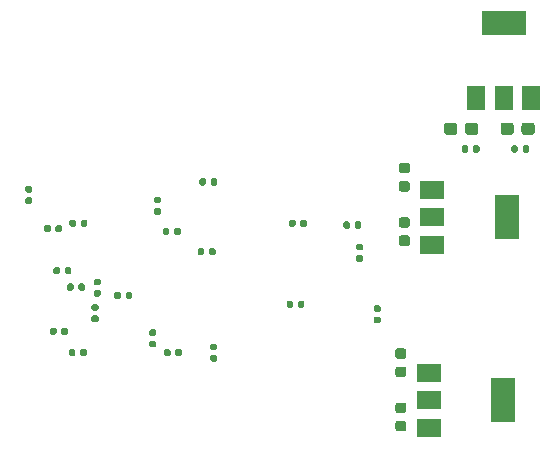
<source format=gbr>
%TF.GenerationSoftware,KiCad,Pcbnew,5.1.8-db9833491~88~ubuntu20.04.1*%
%TF.CreationDate,2021-01-09T17:29:30-05:00*%
%TF.ProjectId,julia_v2.1.0.0,6a756c69-615f-4763-922e-312e302e302e,rev?*%
%TF.SameCoordinates,Original*%
%TF.FileFunction,Paste,Bot*%
%TF.FilePolarity,Positive*%
%FSLAX46Y46*%
G04 Gerber Fmt 4.6, Leading zero omitted, Abs format (unit mm)*
G04 Created by KiCad (PCBNEW 5.1.8-db9833491~88~ubuntu20.04.1) date 2021-01-09 17:29:30*
%MOMM*%
%LPD*%
G01*
G04 APERTURE LIST*
%ADD10R,1.500000X2.000000*%
%ADD11R,3.800000X2.000000*%
%ADD12R,2.000000X1.500000*%
%ADD13R,2.000000X3.800000*%
G04 APERTURE END LIST*
D10*
%TO.C,U4*%
X135800000Y-95050000D03*
X131200000Y-95050000D03*
X133500000Y-95050000D03*
D11*
X133500000Y-88750000D03*
%TD*%
D12*
%TO.C,U3*%
X127450000Y-107500000D03*
X127450000Y-102900000D03*
X127450000Y-105200000D03*
D13*
X133750000Y-105200000D03*
%TD*%
D12*
%TO.C,U2*%
X127150000Y-123000000D03*
X127150000Y-118400000D03*
X127150000Y-120700000D03*
D13*
X133450000Y-120700000D03*
%TD*%
%TO.C,C39*%
G36*
G01*
X105300000Y-116480000D02*
X105300000Y-116820000D01*
G75*
G02*
X105160000Y-116960000I-140000J0D01*
G01*
X104880000Y-116960000D01*
G75*
G02*
X104740000Y-116820000I0J140000D01*
G01*
X104740000Y-116480000D01*
G75*
G02*
X104880000Y-116340000I140000J0D01*
G01*
X105160000Y-116340000D01*
G75*
G02*
X105300000Y-116480000I0J-140000D01*
G01*
G37*
G36*
G01*
X106260000Y-116480000D02*
X106260000Y-116820000D01*
G75*
G02*
X106120000Y-116960000I-140000J0D01*
G01*
X105840000Y-116960000D01*
G75*
G02*
X105700000Y-116820000I0J140000D01*
G01*
X105700000Y-116480000D01*
G75*
G02*
X105840000Y-116340000I140000J0D01*
G01*
X106120000Y-116340000D01*
G75*
G02*
X106260000Y-116480000I0J-140000D01*
G01*
G37*
%TD*%
%TO.C,C38*%
G36*
G01*
X95650000Y-114680000D02*
X95650000Y-115020000D01*
G75*
G02*
X95510000Y-115160000I-140000J0D01*
G01*
X95230000Y-115160000D01*
G75*
G02*
X95090000Y-115020000I0J140000D01*
G01*
X95090000Y-114680000D01*
G75*
G02*
X95230000Y-114540000I140000J0D01*
G01*
X95510000Y-114540000D01*
G75*
G02*
X95650000Y-114680000I0J-140000D01*
G01*
G37*
G36*
G01*
X96610000Y-114680000D02*
X96610000Y-115020000D01*
G75*
G02*
X96470000Y-115160000I-140000J0D01*
G01*
X96190000Y-115160000D01*
G75*
G02*
X96050000Y-115020000I0J140000D01*
G01*
X96050000Y-114680000D01*
G75*
G02*
X96190000Y-114540000I140000J0D01*
G01*
X96470000Y-114540000D01*
G75*
G02*
X96610000Y-114680000I0J-140000D01*
G01*
G37*
%TD*%
%TO.C,C37*%
G36*
G01*
X97500000Y-111270000D02*
X97500000Y-110930000D01*
G75*
G02*
X97640000Y-110790000I140000J0D01*
G01*
X97920000Y-110790000D01*
G75*
G02*
X98060000Y-110930000I0J-140000D01*
G01*
X98060000Y-111270000D01*
G75*
G02*
X97920000Y-111410000I-140000J0D01*
G01*
X97640000Y-111410000D01*
G75*
G02*
X97500000Y-111270000I0J140000D01*
G01*
G37*
G36*
G01*
X96540000Y-111270000D02*
X96540000Y-110930000D01*
G75*
G02*
X96680000Y-110790000I140000J0D01*
G01*
X96960000Y-110790000D01*
G75*
G02*
X97100000Y-110930000I0J-140000D01*
G01*
X97100000Y-111270000D01*
G75*
G02*
X96960000Y-111410000I-140000J0D01*
G01*
X96680000Y-111410000D01*
G75*
G02*
X96540000Y-111270000I0J140000D01*
G01*
G37*
%TD*%
%TO.C,C35*%
G36*
G01*
X93130000Y-103500000D02*
X93470000Y-103500000D01*
G75*
G02*
X93610000Y-103640000I0J-140000D01*
G01*
X93610000Y-103920000D01*
G75*
G02*
X93470000Y-104060000I-140000J0D01*
G01*
X93130000Y-104060000D01*
G75*
G02*
X92990000Y-103920000I0J140000D01*
G01*
X92990000Y-103640000D01*
G75*
G02*
X93130000Y-103500000I140000J0D01*
G01*
G37*
G36*
G01*
X93130000Y-102540000D02*
X93470000Y-102540000D01*
G75*
G02*
X93610000Y-102680000I0J-140000D01*
G01*
X93610000Y-102960000D01*
G75*
G02*
X93470000Y-103100000I-140000J0D01*
G01*
X93130000Y-103100000D01*
G75*
G02*
X92990000Y-102960000I0J140000D01*
G01*
X92990000Y-102680000D01*
G75*
G02*
X93130000Y-102540000I140000J0D01*
G01*
G37*
%TD*%
%TO.C,C33*%
G36*
G01*
X103970000Y-115250000D02*
X103630000Y-115250000D01*
G75*
G02*
X103490000Y-115110000I0J140000D01*
G01*
X103490000Y-114830000D01*
G75*
G02*
X103630000Y-114690000I140000J0D01*
G01*
X103970000Y-114690000D01*
G75*
G02*
X104110000Y-114830000I0J-140000D01*
G01*
X104110000Y-115110000D01*
G75*
G02*
X103970000Y-115250000I-140000J0D01*
G01*
G37*
G36*
G01*
X103970000Y-116210000D02*
X103630000Y-116210000D01*
G75*
G02*
X103490000Y-116070000I0J140000D01*
G01*
X103490000Y-115790000D01*
G75*
G02*
X103630000Y-115650000I140000J0D01*
G01*
X103970000Y-115650000D01*
G75*
G02*
X104110000Y-115790000I0J-140000D01*
G01*
X104110000Y-116070000D01*
G75*
G02*
X103970000Y-116210000I-140000J0D01*
G01*
G37*
%TD*%
%TO.C,C32*%
G36*
G01*
X104030000Y-104400000D02*
X104370000Y-104400000D01*
G75*
G02*
X104510000Y-104540000I0J-140000D01*
G01*
X104510000Y-104820000D01*
G75*
G02*
X104370000Y-104960000I-140000J0D01*
G01*
X104030000Y-104960000D01*
G75*
G02*
X103890000Y-104820000I0J140000D01*
G01*
X103890000Y-104540000D01*
G75*
G02*
X104030000Y-104400000I140000J0D01*
G01*
G37*
G36*
G01*
X104030000Y-103440000D02*
X104370000Y-103440000D01*
G75*
G02*
X104510000Y-103580000I0J-140000D01*
G01*
X104510000Y-103860000D01*
G75*
G02*
X104370000Y-104000000I-140000J0D01*
G01*
X104030000Y-104000000D01*
G75*
G02*
X103890000Y-103860000I0J140000D01*
G01*
X103890000Y-103580000D01*
G75*
G02*
X104030000Y-103440000I140000J0D01*
G01*
G37*
%TD*%
%TO.C,C31*%
G36*
G01*
X109120000Y-116450000D02*
X108780000Y-116450000D01*
G75*
G02*
X108640000Y-116310000I0J140000D01*
G01*
X108640000Y-116030000D01*
G75*
G02*
X108780000Y-115890000I140000J0D01*
G01*
X109120000Y-115890000D01*
G75*
G02*
X109260000Y-116030000I0J-140000D01*
G01*
X109260000Y-116310000D01*
G75*
G02*
X109120000Y-116450000I-140000J0D01*
G01*
G37*
G36*
G01*
X109120000Y-117410000D02*
X108780000Y-117410000D01*
G75*
G02*
X108640000Y-117270000I0J140000D01*
G01*
X108640000Y-116990000D01*
G75*
G02*
X108780000Y-116850000I140000J0D01*
G01*
X109120000Y-116850000D01*
G75*
G02*
X109260000Y-116990000I0J-140000D01*
G01*
X109260000Y-117270000D01*
G75*
G02*
X109120000Y-117410000I-140000J0D01*
G01*
G37*
%TD*%
%TO.C,C29*%
G36*
G01*
X101500000Y-111970000D02*
X101500000Y-111630000D01*
G75*
G02*
X101640000Y-111490000I140000J0D01*
G01*
X101920000Y-111490000D01*
G75*
G02*
X102060000Y-111630000I0J-140000D01*
G01*
X102060000Y-111970000D01*
G75*
G02*
X101920000Y-112110000I-140000J0D01*
G01*
X101640000Y-112110000D01*
G75*
G02*
X101500000Y-111970000I0J140000D01*
G01*
G37*
G36*
G01*
X100540000Y-111970000D02*
X100540000Y-111630000D01*
G75*
G02*
X100680000Y-111490000I140000J0D01*
G01*
X100960000Y-111490000D01*
G75*
G02*
X101100000Y-111630000I0J-140000D01*
G01*
X101100000Y-111970000D01*
G75*
G02*
X100960000Y-112110000I-140000J0D01*
G01*
X100680000Y-112110000D01*
G75*
G02*
X100540000Y-111970000I0J140000D01*
G01*
G37*
%TD*%
%TO.C,C28*%
G36*
G01*
X108300000Y-102030000D02*
X108300000Y-102370000D01*
G75*
G02*
X108160000Y-102510000I-140000J0D01*
G01*
X107880000Y-102510000D01*
G75*
G02*
X107740000Y-102370000I0J140000D01*
G01*
X107740000Y-102030000D01*
G75*
G02*
X107880000Y-101890000I140000J0D01*
G01*
X108160000Y-101890000D01*
G75*
G02*
X108300000Y-102030000I0J-140000D01*
G01*
G37*
G36*
G01*
X109260000Y-102030000D02*
X109260000Y-102370000D01*
G75*
G02*
X109120000Y-102510000I-140000J0D01*
G01*
X108840000Y-102510000D01*
G75*
G02*
X108700000Y-102370000I0J140000D01*
G01*
X108700000Y-102030000D01*
G75*
G02*
X108840000Y-101890000I140000J0D01*
G01*
X109120000Y-101890000D01*
G75*
G02*
X109260000Y-102030000I0J-140000D01*
G01*
G37*
%TD*%
%TO.C,C27*%
G36*
G01*
X98730000Y-113500000D02*
X99070000Y-113500000D01*
G75*
G02*
X99210000Y-113640000I0J-140000D01*
G01*
X99210000Y-113920000D01*
G75*
G02*
X99070000Y-114060000I-140000J0D01*
G01*
X98730000Y-114060000D01*
G75*
G02*
X98590000Y-113920000I0J140000D01*
G01*
X98590000Y-113640000D01*
G75*
G02*
X98730000Y-113500000I140000J0D01*
G01*
G37*
G36*
G01*
X98730000Y-112540000D02*
X99070000Y-112540000D01*
G75*
G02*
X99210000Y-112680000I0J-140000D01*
G01*
X99210000Y-112960000D01*
G75*
G02*
X99070000Y-113100000I-140000J0D01*
G01*
X98730000Y-113100000D01*
G75*
G02*
X98590000Y-112960000I0J140000D01*
G01*
X98590000Y-112680000D01*
G75*
G02*
X98730000Y-112540000I140000J0D01*
G01*
G37*
%TD*%
%TO.C,C25*%
G36*
G01*
X98930000Y-111350000D02*
X99270000Y-111350000D01*
G75*
G02*
X99410000Y-111490000I0J-140000D01*
G01*
X99410000Y-111770000D01*
G75*
G02*
X99270000Y-111910000I-140000J0D01*
G01*
X98930000Y-111910000D01*
G75*
G02*
X98790000Y-111770000I0J140000D01*
G01*
X98790000Y-111490000D01*
G75*
G02*
X98930000Y-111350000I140000J0D01*
G01*
G37*
G36*
G01*
X98930000Y-110390000D02*
X99270000Y-110390000D01*
G75*
G02*
X99410000Y-110530000I0J-140000D01*
G01*
X99410000Y-110810000D01*
G75*
G02*
X99270000Y-110950000I-140000J0D01*
G01*
X98930000Y-110950000D01*
G75*
G02*
X98790000Y-110810000I0J140000D01*
G01*
X98790000Y-110530000D01*
G75*
G02*
X98930000Y-110390000I140000J0D01*
G01*
G37*
%TD*%
%TO.C,C24*%
G36*
G01*
X105600000Y-106570000D02*
X105600000Y-106230000D01*
G75*
G02*
X105740000Y-106090000I140000J0D01*
G01*
X106020000Y-106090000D01*
G75*
G02*
X106160000Y-106230000I0J-140000D01*
G01*
X106160000Y-106570000D01*
G75*
G02*
X106020000Y-106710000I-140000J0D01*
G01*
X105740000Y-106710000D01*
G75*
G02*
X105600000Y-106570000I0J140000D01*
G01*
G37*
G36*
G01*
X104640000Y-106570000D02*
X104640000Y-106230000D01*
G75*
G02*
X104780000Y-106090000I140000J0D01*
G01*
X105060000Y-106090000D01*
G75*
G02*
X105200000Y-106230000I0J-140000D01*
G01*
X105200000Y-106570000D01*
G75*
G02*
X105060000Y-106710000I-140000J0D01*
G01*
X104780000Y-106710000D01*
G75*
G02*
X104640000Y-106570000I0J140000D01*
G01*
G37*
%TD*%
%TO.C,C22*%
G36*
G01*
X95150000Y-105980000D02*
X95150000Y-106320000D01*
G75*
G02*
X95010000Y-106460000I-140000J0D01*
G01*
X94730000Y-106460000D01*
G75*
G02*
X94590000Y-106320000I0J140000D01*
G01*
X94590000Y-105980000D01*
G75*
G02*
X94730000Y-105840000I140000J0D01*
G01*
X95010000Y-105840000D01*
G75*
G02*
X95150000Y-105980000I0J-140000D01*
G01*
G37*
G36*
G01*
X96110000Y-105980000D02*
X96110000Y-106320000D01*
G75*
G02*
X95970000Y-106460000I-140000J0D01*
G01*
X95690000Y-106460000D01*
G75*
G02*
X95550000Y-106320000I0J140000D01*
G01*
X95550000Y-105980000D01*
G75*
G02*
X95690000Y-105840000I140000J0D01*
G01*
X95970000Y-105840000D01*
G75*
G02*
X96110000Y-105980000I0J-140000D01*
G01*
G37*
%TD*%
%TO.C,C18*%
G36*
G01*
X121470000Y-108000000D02*
X121130000Y-108000000D01*
G75*
G02*
X120990000Y-107860000I0J140000D01*
G01*
X120990000Y-107580000D01*
G75*
G02*
X121130000Y-107440000I140000J0D01*
G01*
X121470000Y-107440000D01*
G75*
G02*
X121610000Y-107580000I0J-140000D01*
G01*
X121610000Y-107860000D01*
G75*
G02*
X121470000Y-108000000I-140000J0D01*
G01*
G37*
G36*
G01*
X121470000Y-108960000D02*
X121130000Y-108960000D01*
G75*
G02*
X120990000Y-108820000I0J140000D01*
G01*
X120990000Y-108540000D01*
G75*
G02*
X121130000Y-108400000I140000J0D01*
G01*
X121470000Y-108400000D01*
G75*
G02*
X121610000Y-108540000I0J-140000D01*
G01*
X121610000Y-108820000D01*
G75*
G02*
X121470000Y-108960000I-140000J0D01*
G01*
G37*
%TD*%
%TO.C,C17*%
G36*
G01*
X135012500Y-97975001D02*
X135012500Y-97424999D01*
G75*
G02*
X135262499Y-97175000I249999J0D01*
G01*
X135887501Y-97175000D01*
G75*
G02*
X136137500Y-97424999I0J-249999D01*
G01*
X136137500Y-97975001D01*
G75*
G02*
X135887501Y-98225000I-249999J0D01*
G01*
X135262499Y-98225000D01*
G75*
G02*
X135012500Y-97975001I0J249999D01*
G01*
G37*
G36*
G01*
X133237500Y-97975001D02*
X133237500Y-97424999D01*
G75*
G02*
X133487499Y-97175000I249999J0D01*
G01*
X134112501Y-97175000D01*
G75*
G02*
X134362500Y-97424999I0J-249999D01*
G01*
X134362500Y-97975001D01*
G75*
G02*
X134112501Y-98225000I-249999J0D01*
G01*
X133487499Y-98225000D01*
G75*
G02*
X133237500Y-97975001I0J249999D01*
G01*
G37*
%TD*%
%TO.C,C16*%
G36*
G01*
X97700000Y-105870000D02*
X97700000Y-105530000D01*
G75*
G02*
X97840000Y-105390000I140000J0D01*
G01*
X98120000Y-105390000D01*
G75*
G02*
X98260000Y-105530000I0J-140000D01*
G01*
X98260000Y-105870000D01*
G75*
G02*
X98120000Y-106010000I-140000J0D01*
G01*
X97840000Y-106010000D01*
G75*
G02*
X97700000Y-105870000I0J140000D01*
G01*
G37*
G36*
G01*
X96740000Y-105870000D02*
X96740000Y-105530000D01*
G75*
G02*
X96880000Y-105390000I140000J0D01*
G01*
X97160000Y-105390000D01*
G75*
G02*
X97300000Y-105530000I0J-140000D01*
G01*
X97300000Y-105870000D01*
G75*
G02*
X97160000Y-106010000I-140000J0D01*
G01*
X96880000Y-106010000D01*
G75*
G02*
X96740000Y-105870000I0J140000D01*
G01*
G37*
%TD*%
%TO.C,C15*%
G36*
G01*
X124850000Y-106725000D02*
X125350000Y-106725000D01*
G75*
G02*
X125575000Y-106950000I0J-225000D01*
G01*
X125575000Y-107400000D01*
G75*
G02*
X125350000Y-107625000I-225000J0D01*
G01*
X124850000Y-107625000D01*
G75*
G02*
X124625000Y-107400000I0J225000D01*
G01*
X124625000Y-106950000D01*
G75*
G02*
X124850000Y-106725000I225000J0D01*
G01*
G37*
G36*
G01*
X124850000Y-105175000D02*
X125350000Y-105175000D01*
G75*
G02*
X125575000Y-105400000I0J-225000D01*
G01*
X125575000Y-105850000D01*
G75*
G02*
X125350000Y-106075000I-225000J0D01*
G01*
X124850000Y-106075000D01*
G75*
G02*
X124625000Y-105850000I0J225000D01*
G01*
X124625000Y-105400000D01*
G75*
G02*
X124850000Y-105175000I225000J0D01*
G01*
G37*
%TD*%
%TO.C,C14*%
G36*
G01*
X124550000Y-122425000D02*
X125050000Y-122425000D01*
G75*
G02*
X125275000Y-122650000I0J-225000D01*
G01*
X125275000Y-123100000D01*
G75*
G02*
X125050000Y-123325000I-225000J0D01*
G01*
X124550000Y-123325000D01*
G75*
G02*
X124325000Y-123100000I0J225000D01*
G01*
X124325000Y-122650000D01*
G75*
G02*
X124550000Y-122425000I225000J0D01*
G01*
G37*
G36*
G01*
X124550000Y-120875000D02*
X125050000Y-120875000D01*
G75*
G02*
X125275000Y-121100000I0J-225000D01*
G01*
X125275000Y-121550000D01*
G75*
G02*
X125050000Y-121775000I-225000J0D01*
G01*
X124550000Y-121775000D01*
G75*
G02*
X124325000Y-121550000I0J225000D01*
G01*
X124325000Y-121100000D01*
G75*
G02*
X124550000Y-120875000I225000J0D01*
G01*
G37*
%TD*%
%TO.C,C13*%
G36*
G01*
X135100000Y-99570000D02*
X135100000Y-99230000D01*
G75*
G02*
X135240000Y-99090000I140000J0D01*
G01*
X135520000Y-99090000D01*
G75*
G02*
X135660000Y-99230000I0J-140000D01*
G01*
X135660000Y-99570000D01*
G75*
G02*
X135520000Y-99710000I-140000J0D01*
G01*
X135240000Y-99710000D01*
G75*
G02*
X135100000Y-99570000I0J140000D01*
G01*
G37*
G36*
G01*
X134140000Y-99570000D02*
X134140000Y-99230000D01*
G75*
G02*
X134280000Y-99090000I140000J0D01*
G01*
X134560000Y-99090000D01*
G75*
G02*
X134700000Y-99230000I0J-140000D01*
G01*
X134700000Y-99570000D01*
G75*
G02*
X134560000Y-99710000I-140000J0D01*
G01*
X134280000Y-99710000D01*
G75*
G02*
X134140000Y-99570000I0J140000D01*
G01*
G37*
%TD*%
%TO.C,C12*%
G36*
G01*
X97650000Y-116820000D02*
X97650000Y-116480000D01*
G75*
G02*
X97790000Y-116340000I140000J0D01*
G01*
X98070000Y-116340000D01*
G75*
G02*
X98210000Y-116480000I0J-140000D01*
G01*
X98210000Y-116820000D01*
G75*
G02*
X98070000Y-116960000I-140000J0D01*
G01*
X97790000Y-116960000D01*
G75*
G02*
X97650000Y-116820000I0J140000D01*
G01*
G37*
G36*
G01*
X96690000Y-116820000D02*
X96690000Y-116480000D01*
G75*
G02*
X96830000Y-116340000I140000J0D01*
G01*
X97110000Y-116340000D01*
G75*
G02*
X97250000Y-116480000I0J-140000D01*
G01*
X97250000Y-116820000D01*
G75*
G02*
X97110000Y-116960000I-140000J0D01*
G01*
X96830000Y-116960000D01*
G75*
G02*
X96690000Y-116820000I0J140000D01*
G01*
G37*
%TD*%
%TO.C,C11*%
G36*
G01*
X116080000Y-112720000D02*
X116080000Y-112380000D01*
G75*
G02*
X116220000Y-112240000I140000J0D01*
G01*
X116500000Y-112240000D01*
G75*
G02*
X116640000Y-112380000I0J-140000D01*
G01*
X116640000Y-112720000D01*
G75*
G02*
X116500000Y-112860000I-140000J0D01*
G01*
X116220000Y-112860000D01*
G75*
G02*
X116080000Y-112720000I0J140000D01*
G01*
G37*
G36*
G01*
X115120000Y-112720000D02*
X115120000Y-112380000D01*
G75*
G02*
X115260000Y-112240000I140000J0D01*
G01*
X115540000Y-112240000D01*
G75*
G02*
X115680000Y-112380000I0J-140000D01*
G01*
X115680000Y-112720000D01*
G75*
G02*
X115540000Y-112860000I-140000J0D01*
G01*
X115260000Y-112860000D01*
G75*
G02*
X115120000Y-112720000I0J140000D01*
G01*
G37*
%TD*%
%TO.C,C10*%
G36*
G01*
X130500000Y-99230000D02*
X130500000Y-99570000D01*
G75*
G02*
X130360000Y-99710000I-140000J0D01*
G01*
X130080000Y-99710000D01*
G75*
G02*
X129940000Y-99570000I0J140000D01*
G01*
X129940000Y-99230000D01*
G75*
G02*
X130080000Y-99090000I140000J0D01*
G01*
X130360000Y-99090000D01*
G75*
G02*
X130500000Y-99230000I0J-140000D01*
G01*
G37*
G36*
G01*
X131460000Y-99230000D02*
X131460000Y-99570000D01*
G75*
G02*
X131320000Y-99710000I-140000J0D01*
G01*
X131040000Y-99710000D01*
G75*
G02*
X130900000Y-99570000I0J140000D01*
G01*
X130900000Y-99230000D01*
G75*
G02*
X131040000Y-99090000I140000J0D01*
G01*
X131320000Y-99090000D01*
G75*
G02*
X131460000Y-99230000I0J-140000D01*
G01*
G37*
%TD*%
%TO.C,C9*%
G36*
G01*
X108550000Y-108270000D02*
X108550000Y-107930000D01*
G75*
G02*
X108690000Y-107790000I140000J0D01*
G01*
X108970000Y-107790000D01*
G75*
G02*
X109110000Y-107930000I0J-140000D01*
G01*
X109110000Y-108270000D01*
G75*
G02*
X108970000Y-108410000I-140000J0D01*
G01*
X108690000Y-108410000D01*
G75*
G02*
X108550000Y-108270000I0J140000D01*
G01*
G37*
G36*
G01*
X107590000Y-108270000D02*
X107590000Y-107930000D01*
G75*
G02*
X107730000Y-107790000I140000J0D01*
G01*
X108010000Y-107790000D01*
G75*
G02*
X108150000Y-107930000I0J-140000D01*
G01*
X108150000Y-108270000D01*
G75*
G02*
X108010000Y-108410000I-140000J0D01*
G01*
X107730000Y-108410000D01*
G75*
G02*
X107590000Y-108270000I0J140000D01*
G01*
G37*
%TD*%
%TO.C,C8*%
G36*
G01*
X125350000Y-101475000D02*
X124850000Y-101475000D01*
G75*
G02*
X124625000Y-101250000I0J225000D01*
G01*
X124625000Y-100800000D01*
G75*
G02*
X124850000Y-100575000I225000J0D01*
G01*
X125350000Y-100575000D01*
G75*
G02*
X125575000Y-100800000I0J-225000D01*
G01*
X125575000Y-101250000D01*
G75*
G02*
X125350000Y-101475000I-225000J0D01*
G01*
G37*
G36*
G01*
X125350000Y-103025000D02*
X124850000Y-103025000D01*
G75*
G02*
X124625000Y-102800000I0J225000D01*
G01*
X124625000Y-102350000D01*
G75*
G02*
X124850000Y-102125000I225000J0D01*
G01*
X125350000Y-102125000D01*
G75*
G02*
X125575000Y-102350000I0J-225000D01*
G01*
X125575000Y-102800000D01*
G75*
G02*
X125350000Y-103025000I-225000J0D01*
G01*
G37*
%TD*%
%TO.C,C7*%
G36*
G01*
X125050000Y-117175000D02*
X124550000Y-117175000D01*
G75*
G02*
X124325000Y-116950000I0J225000D01*
G01*
X124325000Y-116500000D01*
G75*
G02*
X124550000Y-116275000I225000J0D01*
G01*
X125050000Y-116275000D01*
G75*
G02*
X125275000Y-116500000I0J-225000D01*
G01*
X125275000Y-116950000D01*
G75*
G02*
X125050000Y-117175000I-225000J0D01*
G01*
G37*
G36*
G01*
X125050000Y-118725000D02*
X124550000Y-118725000D01*
G75*
G02*
X124325000Y-118500000I0J225000D01*
G01*
X124325000Y-118050000D01*
G75*
G02*
X124550000Y-117825000I225000J0D01*
G01*
X125050000Y-117825000D01*
G75*
G02*
X125275000Y-118050000I0J-225000D01*
G01*
X125275000Y-118500000D01*
G75*
G02*
X125050000Y-118725000I-225000J0D01*
G01*
G37*
%TD*%
%TO.C,C6*%
G36*
G01*
X96350000Y-109870000D02*
X96350000Y-109530000D01*
G75*
G02*
X96490000Y-109390000I140000J0D01*
G01*
X96770000Y-109390000D01*
G75*
G02*
X96910000Y-109530000I0J-140000D01*
G01*
X96910000Y-109870000D01*
G75*
G02*
X96770000Y-110010000I-140000J0D01*
G01*
X96490000Y-110010000D01*
G75*
G02*
X96350000Y-109870000I0J140000D01*
G01*
G37*
G36*
G01*
X95390000Y-109870000D02*
X95390000Y-109530000D01*
G75*
G02*
X95530000Y-109390000I140000J0D01*
G01*
X95810000Y-109390000D01*
G75*
G02*
X95950000Y-109530000I0J-140000D01*
G01*
X95950000Y-109870000D01*
G75*
G02*
X95810000Y-110010000I-140000J0D01*
G01*
X95530000Y-110010000D01*
G75*
G02*
X95390000Y-109870000I0J140000D01*
G01*
G37*
%TD*%
%TO.C,C5*%
G36*
G01*
X129575000Y-97424999D02*
X129575000Y-97975001D01*
G75*
G02*
X129325001Y-98225000I-249999J0D01*
G01*
X128699999Y-98225000D01*
G75*
G02*
X128450000Y-97975001I0J249999D01*
G01*
X128450000Y-97424999D01*
G75*
G02*
X128699999Y-97175000I249999J0D01*
G01*
X129325001Y-97175000D01*
G75*
G02*
X129575000Y-97424999I0J-249999D01*
G01*
G37*
G36*
G01*
X131350000Y-97424999D02*
X131350000Y-97975001D01*
G75*
G02*
X131100001Y-98225000I-249999J0D01*
G01*
X130474999Y-98225000D01*
G75*
G02*
X130225000Y-97975001I0J249999D01*
G01*
X130225000Y-97424999D01*
G75*
G02*
X130474999Y-97175000I249999J0D01*
G01*
X131100001Y-97175000D01*
G75*
G02*
X131350000Y-97424999I0J-249999D01*
G01*
G37*
%TD*%
%TO.C,C4*%
G36*
G01*
X116280000Y-105870000D02*
X116280000Y-105530000D01*
G75*
G02*
X116420000Y-105390000I140000J0D01*
G01*
X116700000Y-105390000D01*
G75*
G02*
X116840000Y-105530000I0J-140000D01*
G01*
X116840000Y-105870000D01*
G75*
G02*
X116700000Y-106010000I-140000J0D01*
G01*
X116420000Y-106010000D01*
G75*
G02*
X116280000Y-105870000I0J140000D01*
G01*
G37*
G36*
G01*
X115320000Y-105870000D02*
X115320000Y-105530000D01*
G75*
G02*
X115460000Y-105390000I140000J0D01*
G01*
X115740000Y-105390000D01*
G75*
G02*
X115880000Y-105530000I0J-140000D01*
G01*
X115880000Y-105870000D01*
G75*
G02*
X115740000Y-106010000I-140000J0D01*
G01*
X115460000Y-106010000D01*
G75*
G02*
X115320000Y-105870000I0J140000D01*
G01*
G37*
%TD*%
%TO.C,C3*%
G36*
G01*
X120900000Y-106020000D02*
X120900000Y-105680000D01*
G75*
G02*
X121040000Y-105540000I140000J0D01*
G01*
X121320000Y-105540000D01*
G75*
G02*
X121460000Y-105680000I0J-140000D01*
G01*
X121460000Y-106020000D01*
G75*
G02*
X121320000Y-106160000I-140000J0D01*
G01*
X121040000Y-106160000D01*
G75*
G02*
X120900000Y-106020000I0J140000D01*
G01*
G37*
G36*
G01*
X119940000Y-106020000D02*
X119940000Y-105680000D01*
G75*
G02*
X120080000Y-105540000I140000J0D01*
G01*
X120360000Y-105540000D01*
G75*
G02*
X120500000Y-105680000I0J-140000D01*
G01*
X120500000Y-106020000D01*
G75*
G02*
X120360000Y-106160000I-140000J0D01*
G01*
X120080000Y-106160000D01*
G75*
G02*
X119940000Y-106020000I0J140000D01*
G01*
G37*
%TD*%
%TO.C,C2*%
G36*
G01*
X122970000Y-113200000D02*
X122630000Y-113200000D01*
G75*
G02*
X122490000Y-113060000I0J140000D01*
G01*
X122490000Y-112780000D01*
G75*
G02*
X122630000Y-112640000I140000J0D01*
G01*
X122970000Y-112640000D01*
G75*
G02*
X123110000Y-112780000I0J-140000D01*
G01*
X123110000Y-113060000D01*
G75*
G02*
X122970000Y-113200000I-140000J0D01*
G01*
G37*
G36*
G01*
X122970000Y-114160000D02*
X122630000Y-114160000D01*
G75*
G02*
X122490000Y-114020000I0J140000D01*
G01*
X122490000Y-113740000D01*
G75*
G02*
X122630000Y-113600000I140000J0D01*
G01*
X122970000Y-113600000D01*
G75*
G02*
X123110000Y-113740000I0J-140000D01*
G01*
X123110000Y-114020000D01*
G75*
G02*
X122970000Y-114160000I-140000J0D01*
G01*
G37*
%TD*%
M02*

</source>
